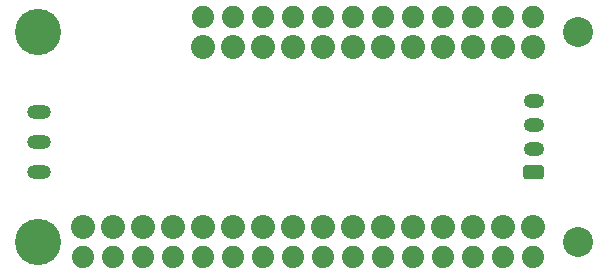
<source format=gbr>
%TF.GenerationSoftware,KiCad,Pcbnew,(5.1.7)-1*%
%TF.CreationDate,2020-11-03T10:24:41+11:00*%
%TF.ProjectId,physbryk_feather,70687973-6272-4796-9b5f-666561746865,rev?*%
%TF.SameCoordinates,Original*%
%TF.FileFunction,Soldermask,Top*%
%TF.FilePolarity,Negative*%
%FSLAX46Y46*%
G04 Gerber Fmt 4.6, Leading zero omitted, Abs format (unit mm)*
G04 Created by KiCad (PCBNEW (5.1.7)-1) date 2020-11-03 10:24:41*
%MOMM*%
%LPD*%
G01*
G04 APERTURE LIST*
%ADD10O,1.750000X1.200000*%
%ADD11C,1.879600*%
%ADD12C,3.911600*%
%ADD13C,2.540000*%
%ADD14C,2.032000*%
%ADD15O,2.000000X1.200000*%
G04 APERTURE END LIST*
D10*
%TO.C,J1*%
X167640000Y-101950000D03*
X167640000Y-103950000D03*
X167640000Y-105950000D03*
G36*
G01*
X168265001Y-108550000D02*
X167014999Y-108550000D01*
G75*
G02*
X166765000Y-108300001I0J249999D01*
G01*
X166765000Y-107599999D01*
G75*
G02*
X167014999Y-107350000I249999J0D01*
G01*
X168265001Y-107350000D01*
G75*
G02*
X168515000Y-107599999I0J-249999D01*
G01*
X168515000Y-108300001D01*
G75*
G02*
X168265001Y-108550000I-249999J0D01*
G01*
G37*
%TD*%
D11*
%TO.C,MS1*%
X129451100Y-115163600D03*
X131991100Y-115163600D03*
X134531100Y-115163600D03*
X137071100Y-115163600D03*
X167551100Y-115163600D03*
X165011100Y-115163600D03*
X162471100Y-115163600D03*
X159931100Y-115163600D03*
X157391100Y-115163600D03*
X154851100Y-115163600D03*
X152311100Y-115163600D03*
X149771100Y-115163600D03*
X147231100Y-115163600D03*
X144691100Y-115163600D03*
X142151100Y-115163600D03*
X139611100Y-115163600D03*
X167551100Y-94843600D03*
X165011100Y-94843600D03*
X162471100Y-94843600D03*
X159931100Y-94843600D03*
X157391100Y-94843600D03*
X154851100Y-94843600D03*
X152311100Y-94843600D03*
X149771100Y-94843600D03*
X147231100Y-94843600D03*
X144691100Y-94843600D03*
X142151100Y-94843600D03*
X139611100Y-94843600D03*
D12*
X125641100Y-113893600D03*
X125641100Y-96113600D03*
D13*
X171361100Y-113893600D03*
X171361100Y-96113600D03*
%TD*%
D14*
%TO.C,JP3*%
X129451100Y-112623600D03*
X131991100Y-112623600D03*
X134531100Y-112623600D03*
X137071100Y-112623600D03*
X139611100Y-112623600D03*
X142151100Y-112623600D03*
X144691100Y-112623600D03*
X147231100Y-112623600D03*
X149771100Y-112623600D03*
X152311100Y-112623600D03*
X154851100Y-112623600D03*
X157391100Y-112623600D03*
X159931100Y-112623600D03*
X162471100Y-112623600D03*
X165011100Y-112623600D03*
X167551100Y-112623600D03*
%TD*%
%TO.C,JP1*%
X167551100Y-97383600D03*
X165011100Y-97383600D03*
X162471100Y-97383600D03*
X159931100Y-97383600D03*
X157391100Y-97383600D03*
X154851100Y-97383600D03*
X152311100Y-97383600D03*
X149771100Y-97383600D03*
X147231100Y-97383600D03*
X144691100Y-97383600D03*
X142151100Y-97383600D03*
X139611100Y-97383600D03*
%TD*%
D15*
%TO.C,SW1*%
X125730000Y-102870000D03*
X125730000Y-105410000D03*
X125730000Y-107950000D03*
%TD*%
M02*

</source>
